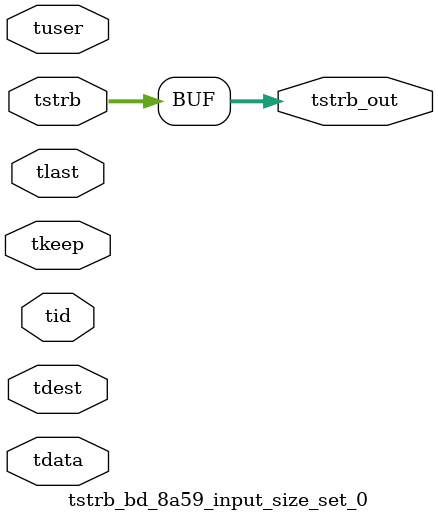
<source format=v>


`timescale 1ps/1ps

module tstrb_bd_8a59_input_size_set_0 #
(
parameter C_S_AXIS_TDATA_WIDTH = 32,
parameter C_S_AXIS_TUSER_WIDTH = 0,
parameter C_S_AXIS_TID_WIDTH   = 0,
parameter C_S_AXIS_TDEST_WIDTH = 0,
parameter C_M_AXIS_TDATA_WIDTH = 32
)
(
input  [(C_S_AXIS_TDATA_WIDTH == 0 ? 1 : C_S_AXIS_TDATA_WIDTH)-1:0     ] tdata,
input  [(C_S_AXIS_TUSER_WIDTH == 0 ? 1 : C_S_AXIS_TUSER_WIDTH)-1:0     ] tuser,
input  [(C_S_AXIS_TID_WIDTH   == 0 ? 1 : C_S_AXIS_TID_WIDTH)-1:0       ] tid,
input  [(C_S_AXIS_TDEST_WIDTH == 0 ? 1 : C_S_AXIS_TDEST_WIDTH)-1:0     ] tdest,
input  [(C_S_AXIS_TDATA_WIDTH/8)-1:0 ] tkeep,
input  [(C_S_AXIS_TDATA_WIDTH/8)-1:0 ] tstrb,
input                                                                    tlast,
output [(C_M_AXIS_TDATA_WIDTH/8)-1:0 ] tstrb_out
);

assign tstrb_out = {tstrb[5:0]};

endmodule


</source>
